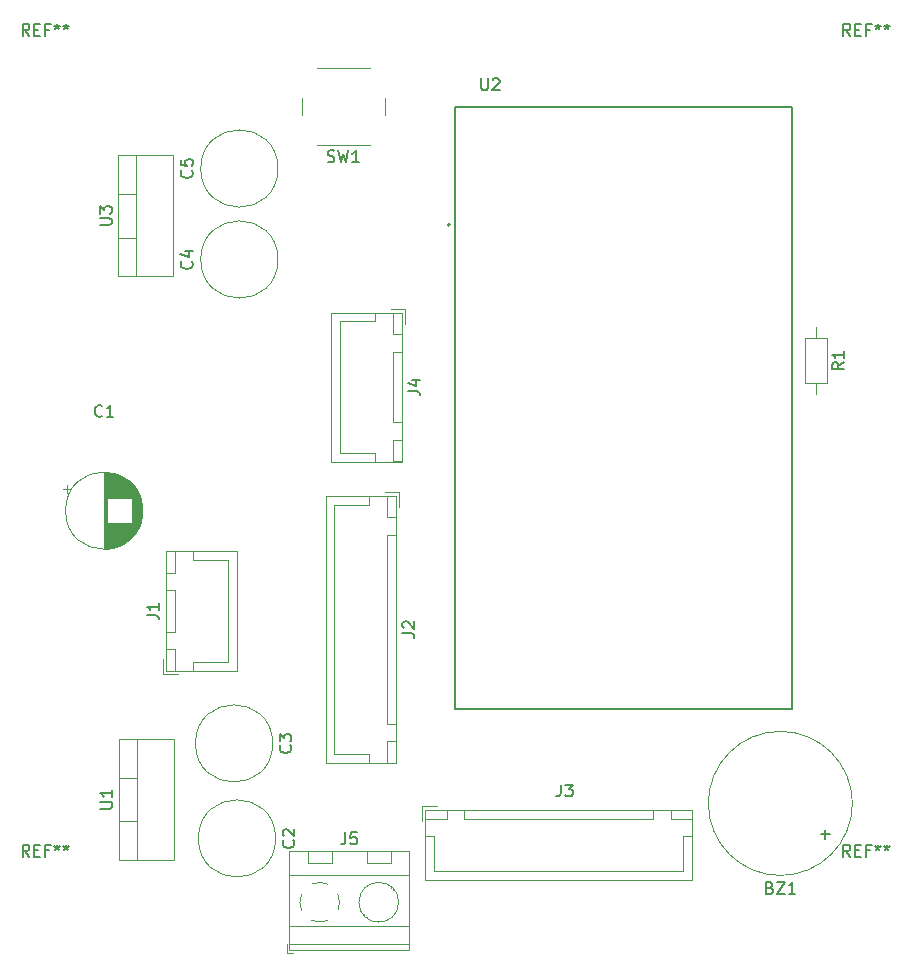
<source format=gbr>
%TF.GenerationSoftware,KiCad,Pcbnew,8.0.2*%
%TF.CreationDate,2024-08-26T14:36:41-03:00*%
%TF.ProjectId,fechadura_eletronica,66656368-6164-4757-9261-5f656c657472,rev?*%
%TF.SameCoordinates,Original*%
%TF.FileFunction,Legend,Top*%
%TF.FilePolarity,Positive*%
%FSLAX46Y46*%
G04 Gerber Fmt 4.6, Leading zero omitted, Abs format (unit mm)*
G04 Created by KiCad (PCBNEW 8.0.2) date 2024-08-26 14:36:41*
%MOMM*%
%LPD*%
G01*
G04 APERTURE LIST*
%ADD10C,0.150000*%
%ADD11C,0.120000*%
%ADD12C,0.127000*%
%ADD13C,0.200000*%
G04 APERTURE END LIST*
D10*
X131666666Y-128249819D02*
X131666666Y-128964104D01*
X131666666Y-128964104D02*
X131619047Y-129106961D01*
X131619047Y-129106961D02*
X131523809Y-129202200D01*
X131523809Y-129202200D02*
X131380952Y-129249819D01*
X131380952Y-129249819D02*
X131285714Y-129249819D01*
X132619047Y-128249819D02*
X132142857Y-128249819D01*
X132142857Y-128249819D02*
X132095238Y-128726009D01*
X132095238Y-128726009D02*
X132142857Y-128678390D01*
X132142857Y-128678390D02*
X132238095Y-128630771D01*
X132238095Y-128630771D02*
X132476190Y-128630771D01*
X132476190Y-128630771D02*
X132571428Y-128678390D01*
X132571428Y-128678390D02*
X132619047Y-128726009D01*
X132619047Y-128726009D02*
X132666666Y-128821247D01*
X132666666Y-128821247D02*
X132666666Y-129059342D01*
X132666666Y-129059342D02*
X132619047Y-129154580D01*
X132619047Y-129154580D02*
X132571428Y-129202200D01*
X132571428Y-129202200D02*
X132476190Y-129249819D01*
X132476190Y-129249819D02*
X132238095Y-129249819D01*
X132238095Y-129249819D02*
X132142857Y-129202200D01*
X132142857Y-129202200D02*
X132095238Y-129154580D01*
X174416666Y-130289819D02*
X174083333Y-129813628D01*
X173845238Y-130289819D02*
X173845238Y-129289819D01*
X173845238Y-129289819D02*
X174226190Y-129289819D01*
X174226190Y-129289819D02*
X174321428Y-129337438D01*
X174321428Y-129337438D02*
X174369047Y-129385057D01*
X174369047Y-129385057D02*
X174416666Y-129480295D01*
X174416666Y-129480295D02*
X174416666Y-129623152D01*
X174416666Y-129623152D02*
X174369047Y-129718390D01*
X174369047Y-129718390D02*
X174321428Y-129766009D01*
X174321428Y-129766009D02*
X174226190Y-129813628D01*
X174226190Y-129813628D02*
X173845238Y-129813628D01*
X174845238Y-129766009D02*
X175178571Y-129766009D01*
X175321428Y-130289819D02*
X174845238Y-130289819D01*
X174845238Y-130289819D02*
X174845238Y-129289819D01*
X174845238Y-129289819D02*
X175321428Y-129289819D01*
X176083333Y-129766009D02*
X175750000Y-129766009D01*
X175750000Y-130289819D02*
X175750000Y-129289819D01*
X175750000Y-129289819D02*
X176226190Y-129289819D01*
X176750000Y-129289819D02*
X176750000Y-129527914D01*
X176511905Y-129432676D02*
X176750000Y-129527914D01*
X176750000Y-129527914D02*
X176988095Y-129432676D01*
X176607143Y-129718390D02*
X176750000Y-129527914D01*
X176750000Y-129527914D02*
X176892857Y-129718390D01*
X177511905Y-129289819D02*
X177511905Y-129527914D01*
X177273810Y-129432676D02*
X177511905Y-129527914D01*
X177511905Y-129527914D02*
X177750000Y-129432676D01*
X177369048Y-129718390D02*
X177511905Y-129527914D01*
X177511905Y-129527914D02*
X177654762Y-129718390D01*
X104916666Y-60789819D02*
X104583333Y-60313628D01*
X104345238Y-60789819D02*
X104345238Y-59789819D01*
X104345238Y-59789819D02*
X104726190Y-59789819D01*
X104726190Y-59789819D02*
X104821428Y-59837438D01*
X104821428Y-59837438D02*
X104869047Y-59885057D01*
X104869047Y-59885057D02*
X104916666Y-59980295D01*
X104916666Y-59980295D02*
X104916666Y-60123152D01*
X104916666Y-60123152D02*
X104869047Y-60218390D01*
X104869047Y-60218390D02*
X104821428Y-60266009D01*
X104821428Y-60266009D02*
X104726190Y-60313628D01*
X104726190Y-60313628D02*
X104345238Y-60313628D01*
X105345238Y-60266009D02*
X105678571Y-60266009D01*
X105821428Y-60789819D02*
X105345238Y-60789819D01*
X105345238Y-60789819D02*
X105345238Y-59789819D01*
X105345238Y-59789819D02*
X105821428Y-59789819D01*
X106583333Y-60266009D02*
X106250000Y-60266009D01*
X106250000Y-60789819D02*
X106250000Y-59789819D01*
X106250000Y-59789819D02*
X106726190Y-59789819D01*
X107250000Y-59789819D02*
X107250000Y-60027914D01*
X107011905Y-59932676D02*
X107250000Y-60027914D01*
X107250000Y-60027914D02*
X107488095Y-59932676D01*
X107107143Y-60218390D02*
X107250000Y-60027914D01*
X107250000Y-60027914D02*
X107392857Y-60218390D01*
X108011905Y-59789819D02*
X108011905Y-60027914D01*
X107773810Y-59932676D02*
X108011905Y-60027914D01*
X108011905Y-60027914D02*
X108250000Y-59932676D01*
X107869048Y-60218390D02*
X108011905Y-60027914D01*
X108011905Y-60027914D02*
X108154762Y-60218390D01*
X104916666Y-130289819D02*
X104583333Y-129813628D01*
X104345238Y-130289819D02*
X104345238Y-129289819D01*
X104345238Y-129289819D02*
X104726190Y-129289819D01*
X104726190Y-129289819D02*
X104821428Y-129337438D01*
X104821428Y-129337438D02*
X104869047Y-129385057D01*
X104869047Y-129385057D02*
X104916666Y-129480295D01*
X104916666Y-129480295D02*
X104916666Y-129623152D01*
X104916666Y-129623152D02*
X104869047Y-129718390D01*
X104869047Y-129718390D02*
X104821428Y-129766009D01*
X104821428Y-129766009D02*
X104726190Y-129813628D01*
X104726190Y-129813628D02*
X104345238Y-129813628D01*
X105345238Y-129766009D02*
X105678571Y-129766009D01*
X105821428Y-130289819D02*
X105345238Y-130289819D01*
X105345238Y-130289819D02*
X105345238Y-129289819D01*
X105345238Y-129289819D02*
X105821428Y-129289819D01*
X106583333Y-129766009D02*
X106250000Y-129766009D01*
X106250000Y-130289819D02*
X106250000Y-129289819D01*
X106250000Y-129289819D02*
X106726190Y-129289819D01*
X107250000Y-129289819D02*
X107250000Y-129527914D01*
X107011905Y-129432676D02*
X107250000Y-129527914D01*
X107250000Y-129527914D02*
X107488095Y-129432676D01*
X107107143Y-129718390D02*
X107250000Y-129527914D01*
X107250000Y-129527914D02*
X107392857Y-129718390D01*
X108011905Y-129289819D02*
X108011905Y-129527914D01*
X107773810Y-129432676D02*
X108011905Y-129527914D01*
X108011905Y-129527914D02*
X108250000Y-129432676D01*
X107869048Y-129718390D02*
X108011905Y-129527914D01*
X108011905Y-129527914D02*
X108154762Y-129718390D01*
X174416666Y-60789819D02*
X174083333Y-60313628D01*
X173845238Y-60789819D02*
X173845238Y-59789819D01*
X173845238Y-59789819D02*
X174226190Y-59789819D01*
X174226190Y-59789819D02*
X174321428Y-59837438D01*
X174321428Y-59837438D02*
X174369047Y-59885057D01*
X174369047Y-59885057D02*
X174416666Y-59980295D01*
X174416666Y-59980295D02*
X174416666Y-60123152D01*
X174416666Y-60123152D02*
X174369047Y-60218390D01*
X174369047Y-60218390D02*
X174321428Y-60266009D01*
X174321428Y-60266009D02*
X174226190Y-60313628D01*
X174226190Y-60313628D02*
X173845238Y-60313628D01*
X174845238Y-60266009D02*
X175178571Y-60266009D01*
X175321428Y-60789819D02*
X174845238Y-60789819D01*
X174845238Y-60789819D02*
X174845238Y-59789819D01*
X174845238Y-59789819D02*
X175321428Y-59789819D01*
X176083333Y-60266009D02*
X175750000Y-60266009D01*
X175750000Y-60789819D02*
X175750000Y-59789819D01*
X175750000Y-59789819D02*
X176226190Y-59789819D01*
X176750000Y-59789819D02*
X176750000Y-60027914D01*
X176511905Y-59932676D02*
X176750000Y-60027914D01*
X176750000Y-60027914D02*
X176988095Y-59932676D01*
X176607143Y-60218390D02*
X176750000Y-60027914D01*
X176750000Y-60027914D02*
X176892857Y-60218390D01*
X177511905Y-59789819D02*
X177511905Y-60027914D01*
X177273810Y-59932676D02*
X177511905Y-60027914D01*
X177511905Y-60027914D02*
X177750000Y-59932676D01*
X177369048Y-60218390D02*
X177511905Y-60027914D01*
X177511905Y-60027914D02*
X177654762Y-60218390D01*
X118654580Y-72201666D02*
X118702200Y-72249285D01*
X118702200Y-72249285D02*
X118749819Y-72392142D01*
X118749819Y-72392142D02*
X118749819Y-72487380D01*
X118749819Y-72487380D02*
X118702200Y-72630237D01*
X118702200Y-72630237D02*
X118606961Y-72725475D01*
X118606961Y-72725475D02*
X118511723Y-72773094D01*
X118511723Y-72773094D02*
X118321247Y-72820713D01*
X118321247Y-72820713D02*
X118178390Y-72820713D01*
X118178390Y-72820713D02*
X117987914Y-72773094D01*
X117987914Y-72773094D02*
X117892676Y-72725475D01*
X117892676Y-72725475D02*
X117797438Y-72630237D01*
X117797438Y-72630237D02*
X117749819Y-72487380D01*
X117749819Y-72487380D02*
X117749819Y-72392142D01*
X117749819Y-72392142D02*
X117797438Y-72249285D01*
X117797438Y-72249285D02*
X117845057Y-72201666D01*
X117749819Y-71296904D02*
X117749819Y-71773094D01*
X117749819Y-71773094D02*
X118226009Y-71820713D01*
X118226009Y-71820713D02*
X118178390Y-71773094D01*
X118178390Y-71773094D02*
X118130771Y-71677856D01*
X118130771Y-71677856D02*
X118130771Y-71439761D01*
X118130771Y-71439761D02*
X118178390Y-71344523D01*
X118178390Y-71344523D02*
X118226009Y-71296904D01*
X118226009Y-71296904D02*
X118321247Y-71249285D01*
X118321247Y-71249285D02*
X118559342Y-71249285D01*
X118559342Y-71249285D02*
X118654580Y-71296904D01*
X118654580Y-71296904D02*
X118702200Y-71344523D01*
X118702200Y-71344523D02*
X118749819Y-71439761D01*
X118749819Y-71439761D02*
X118749819Y-71677856D01*
X118749819Y-71677856D02*
X118702200Y-71773094D01*
X118702200Y-71773094D02*
X118654580Y-71820713D01*
X118654580Y-79901666D02*
X118702200Y-79949285D01*
X118702200Y-79949285D02*
X118749819Y-80092142D01*
X118749819Y-80092142D02*
X118749819Y-80187380D01*
X118749819Y-80187380D02*
X118702200Y-80330237D01*
X118702200Y-80330237D02*
X118606961Y-80425475D01*
X118606961Y-80425475D02*
X118511723Y-80473094D01*
X118511723Y-80473094D02*
X118321247Y-80520713D01*
X118321247Y-80520713D02*
X118178390Y-80520713D01*
X118178390Y-80520713D02*
X117987914Y-80473094D01*
X117987914Y-80473094D02*
X117892676Y-80425475D01*
X117892676Y-80425475D02*
X117797438Y-80330237D01*
X117797438Y-80330237D02*
X117749819Y-80187380D01*
X117749819Y-80187380D02*
X117749819Y-80092142D01*
X117749819Y-80092142D02*
X117797438Y-79949285D01*
X117797438Y-79949285D02*
X117845057Y-79901666D01*
X118083152Y-79044523D02*
X118749819Y-79044523D01*
X117702200Y-79282618D02*
X118416485Y-79520713D01*
X118416485Y-79520713D02*
X118416485Y-78901666D01*
X130166667Y-71442200D02*
X130309524Y-71489819D01*
X130309524Y-71489819D02*
X130547619Y-71489819D01*
X130547619Y-71489819D02*
X130642857Y-71442200D01*
X130642857Y-71442200D02*
X130690476Y-71394580D01*
X130690476Y-71394580D02*
X130738095Y-71299342D01*
X130738095Y-71299342D02*
X130738095Y-71204104D01*
X130738095Y-71204104D02*
X130690476Y-71108866D01*
X130690476Y-71108866D02*
X130642857Y-71061247D01*
X130642857Y-71061247D02*
X130547619Y-71013628D01*
X130547619Y-71013628D02*
X130357143Y-70966009D01*
X130357143Y-70966009D02*
X130261905Y-70918390D01*
X130261905Y-70918390D02*
X130214286Y-70870771D01*
X130214286Y-70870771D02*
X130166667Y-70775533D01*
X130166667Y-70775533D02*
X130166667Y-70680295D01*
X130166667Y-70680295D02*
X130214286Y-70585057D01*
X130214286Y-70585057D02*
X130261905Y-70537438D01*
X130261905Y-70537438D02*
X130357143Y-70489819D01*
X130357143Y-70489819D02*
X130595238Y-70489819D01*
X130595238Y-70489819D02*
X130738095Y-70537438D01*
X131071429Y-70489819D02*
X131309524Y-71489819D01*
X131309524Y-71489819D02*
X131500000Y-70775533D01*
X131500000Y-70775533D02*
X131690476Y-71489819D01*
X131690476Y-71489819D02*
X131928572Y-70489819D01*
X132833333Y-71489819D02*
X132261905Y-71489819D01*
X132547619Y-71489819D02*
X132547619Y-70489819D01*
X132547619Y-70489819D02*
X132452381Y-70632676D01*
X132452381Y-70632676D02*
X132357143Y-70727914D01*
X132357143Y-70727914D02*
X132261905Y-70775533D01*
X136504819Y-111368333D02*
X137219104Y-111368333D01*
X137219104Y-111368333D02*
X137361961Y-111415952D01*
X137361961Y-111415952D02*
X137457200Y-111511190D01*
X137457200Y-111511190D02*
X137504819Y-111654047D01*
X137504819Y-111654047D02*
X137504819Y-111749285D01*
X136600057Y-110939761D02*
X136552438Y-110892142D01*
X136552438Y-110892142D02*
X136504819Y-110796904D01*
X136504819Y-110796904D02*
X136504819Y-110558809D01*
X136504819Y-110558809D02*
X136552438Y-110463571D01*
X136552438Y-110463571D02*
X136600057Y-110415952D01*
X136600057Y-110415952D02*
X136695295Y-110368333D01*
X136695295Y-110368333D02*
X136790533Y-110368333D01*
X136790533Y-110368333D02*
X136933390Y-110415952D01*
X136933390Y-110415952D02*
X137504819Y-110987380D01*
X137504819Y-110987380D02*
X137504819Y-110368333D01*
X149916666Y-124189819D02*
X149916666Y-124904104D01*
X149916666Y-124904104D02*
X149869047Y-125046961D01*
X149869047Y-125046961D02*
X149773809Y-125142200D01*
X149773809Y-125142200D02*
X149630952Y-125189819D01*
X149630952Y-125189819D02*
X149535714Y-125189819D01*
X150297619Y-124189819D02*
X150916666Y-124189819D01*
X150916666Y-124189819D02*
X150583333Y-124570771D01*
X150583333Y-124570771D02*
X150726190Y-124570771D01*
X150726190Y-124570771D02*
X150821428Y-124618390D01*
X150821428Y-124618390D02*
X150869047Y-124666009D01*
X150869047Y-124666009D02*
X150916666Y-124761247D01*
X150916666Y-124761247D02*
X150916666Y-124999342D01*
X150916666Y-124999342D02*
X150869047Y-125094580D01*
X150869047Y-125094580D02*
X150821428Y-125142200D01*
X150821428Y-125142200D02*
X150726190Y-125189819D01*
X150726190Y-125189819D02*
X150440476Y-125189819D01*
X150440476Y-125189819D02*
X150345238Y-125142200D01*
X150345238Y-125142200D02*
X150297619Y-125094580D01*
X114879819Y-109833333D02*
X115594104Y-109833333D01*
X115594104Y-109833333D02*
X115736961Y-109880952D01*
X115736961Y-109880952D02*
X115832200Y-109976190D01*
X115832200Y-109976190D02*
X115879819Y-110119047D01*
X115879819Y-110119047D02*
X115879819Y-110214285D01*
X115879819Y-108833333D02*
X115879819Y-109404761D01*
X115879819Y-109119047D02*
X114879819Y-109119047D01*
X114879819Y-109119047D02*
X115022676Y-109214285D01*
X115022676Y-109214285D02*
X115117914Y-109309523D01*
X115117914Y-109309523D02*
X115165533Y-109404761D01*
X173874819Y-88451666D02*
X173398628Y-88784999D01*
X173874819Y-89023094D02*
X172874819Y-89023094D01*
X172874819Y-89023094D02*
X172874819Y-88642142D01*
X172874819Y-88642142D02*
X172922438Y-88546904D01*
X172922438Y-88546904D02*
X172970057Y-88499285D01*
X172970057Y-88499285D02*
X173065295Y-88451666D01*
X173065295Y-88451666D02*
X173208152Y-88451666D01*
X173208152Y-88451666D02*
X173303390Y-88499285D01*
X173303390Y-88499285D02*
X173351009Y-88546904D01*
X173351009Y-88546904D02*
X173398628Y-88642142D01*
X173398628Y-88642142D02*
X173398628Y-89023094D01*
X173874819Y-87499285D02*
X173874819Y-88070713D01*
X173874819Y-87784999D02*
X172874819Y-87784999D01*
X172874819Y-87784999D02*
X173017676Y-87880237D01*
X173017676Y-87880237D02*
X173112914Y-87975475D01*
X173112914Y-87975475D02*
X173160533Y-88070713D01*
X110934819Y-126221904D02*
X111744342Y-126221904D01*
X111744342Y-126221904D02*
X111839580Y-126174285D01*
X111839580Y-126174285D02*
X111887200Y-126126666D01*
X111887200Y-126126666D02*
X111934819Y-126031428D01*
X111934819Y-126031428D02*
X111934819Y-125840952D01*
X111934819Y-125840952D02*
X111887200Y-125745714D01*
X111887200Y-125745714D02*
X111839580Y-125698095D01*
X111839580Y-125698095D02*
X111744342Y-125650476D01*
X111744342Y-125650476D02*
X110934819Y-125650476D01*
X111934819Y-124650476D02*
X111934819Y-125221904D01*
X111934819Y-124936190D02*
X110934819Y-124936190D01*
X110934819Y-124936190D02*
X111077676Y-125031428D01*
X111077676Y-125031428D02*
X111172914Y-125126666D01*
X111172914Y-125126666D02*
X111220533Y-125221904D01*
X127009580Y-120876666D02*
X127057200Y-120924285D01*
X127057200Y-120924285D02*
X127104819Y-121067142D01*
X127104819Y-121067142D02*
X127104819Y-121162380D01*
X127104819Y-121162380D02*
X127057200Y-121305237D01*
X127057200Y-121305237D02*
X126961961Y-121400475D01*
X126961961Y-121400475D02*
X126866723Y-121448094D01*
X126866723Y-121448094D02*
X126676247Y-121495713D01*
X126676247Y-121495713D02*
X126533390Y-121495713D01*
X126533390Y-121495713D02*
X126342914Y-121448094D01*
X126342914Y-121448094D02*
X126247676Y-121400475D01*
X126247676Y-121400475D02*
X126152438Y-121305237D01*
X126152438Y-121305237D02*
X126104819Y-121162380D01*
X126104819Y-121162380D02*
X126104819Y-121067142D01*
X126104819Y-121067142D02*
X126152438Y-120924285D01*
X126152438Y-120924285D02*
X126200057Y-120876666D01*
X126104819Y-120543332D02*
X126104819Y-119924285D01*
X126104819Y-119924285D02*
X126485771Y-120257618D01*
X126485771Y-120257618D02*
X126485771Y-120114761D01*
X126485771Y-120114761D02*
X126533390Y-120019523D01*
X126533390Y-120019523D02*
X126581009Y-119971904D01*
X126581009Y-119971904D02*
X126676247Y-119924285D01*
X126676247Y-119924285D02*
X126914342Y-119924285D01*
X126914342Y-119924285D02*
X127009580Y-119971904D01*
X127009580Y-119971904D02*
X127057200Y-120019523D01*
X127057200Y-120019523D02*
X127104819Y-120114761D01*
X127104819Y-120114761D02*
X127104819Y-120400475D01*
X127104819Y-120400475D02*
X127057200Y-120495713D01*
X127057200Y-120495713D02*
X127009580Y-120543332D01*
X110879819Y-76796904D02*
X111689342Y-76796904D01*
X111689342Y-76796904D02*
X111784580Y-76749285D01*
X111784580Y-76749285D02*
X111832200Y-76701666D01*
X111832200Y-76701666D02*
X111879819Y-76606428D01*
X111879819Y-76606428D02*
X111879819Y-76415952D01*
X111879819Y-76415952D02*
X111832200Y-76320714D01*
X111832200Y-76320714D02*
X111784580Y-76273095D01*
X111784580Y-76273095D02*
X111689342Y-76225476D01*
X111689342Y-76225476D02*
X110879819Y-76225476D01*
X110879819Y-75844523D02*
X110879819Y-75225476D01*
X110879819Y-75225476D02*
X111260771Y-75558809D01*
X111260771Y-75558809D02*
X111260771Y-75415952D01*
X111260771Y-75415952D02*
X111308390Y-75320714D01*
X111308390Y-75320714D02*
X111356009Y-75273095D01*
X111356009Y-75273095D02*
X111451247Y-75225476D01*
X111451247Y-75225476D02*
X111689342Y-75225476D01*
X111689342Y-75225476D02*
X111784580Y-75273095D01*
X111784580Y-75273095D02*
X111832200Y-75320714D01*
X111832200Y-75320714D02*
X111879819Y-75415952D01*
X111879819Y-75415952D02*
X111879819Y-75701666D01*
X111879819Y-75701666D02*
X111832200Y-75796904D01*
X111832200Y-75796904D02*
X111784580Y-75844523D01*
X137004819Y-90868333D02*
X137719104Y-90868333D01*
X137719104Y-90868333D02*
X137861961Y-90915952D01*
X137861961Y-90915952D02*
X137957200Y-91011190D01*
X137957200Y-91011190D02*
X138004819Y-91154047D01*
X138004819Y-91154047D02*
X138004819Y-91249285D01*
X137338152Y-89963571D02*
X138004819Y-89963571D01*
X136957200Y-90201666D02*
X137671485Y-90439761D01*
X137671485Y-90439761D02*
X137671485Y-89820714D01*
X143153095Y-64404819D02*
X143153095Y-65214342D01*
X143153095Y-65214342D02*
X143200714Y-65309580D01*
X143200714Y-65309580D02*
X143248333Y-65357200D01*
X143248333Y-65357200D02*
X143343571Y-65404819D01*
X143343571Y-65404819D02*
X143534047Y-65404819D01*
X143534047Y-65404819D02*
X143629285Y-65357200D01*
X143629285Y-65357200D02*
X143676904Y-65309580D01*
X143676904Y-65309580D02*
X143724523Y-65214342D01*
X143724523Y-65214342D02*
X143724523Y-64404819D01*
X144153095Y-64500057D02*
X144200714Y-64452438D01*
X144200714Y-64452438D02*
X144295952Y-64404819D01*
X144295952Y-64404819D02*
X144534047Y-64404819D01*
X144534047Y-64404819D02*
X144629285Y-64452438D01*
X144629285Y-64452438D02*
X144676904Y-64500057D01*
X144676904Y-64500057D02*
X144724523Y-64595295D01*
X144724523Y-64595295D02*
X144724523Y-64690533D01*
X144724523Y-64690533D02*
X144676904Y-64833390D01*
X144676904Y-64833390D02*
X144105476Y-65404819D01*
X144105476Y-65404819D02*
X144724523Y-65404819D01*
X111083333Y-92959580D02*
X111035714Y-93007200D01*
X111035714Y-93007200D02*
X110892857Y-93054819D01*
X110892857Y-93054819D02*
X110797619Y-93054819D01*
X110797619Y-93054819D02*
X110654762Y-93007200D01*
X110654762Y-93007200D02*
X110559524Y-92911961D01*
X110559524Y-92911961D02*
X110511905Y-92816723D01*
X110511905Y-92816723D02*
X110464286Y-92626247D01*
X110464286Y-92626247D02*
X110464286Y-92483390D01*
X110464286Y-92483390D02*
X110511905Y-92292914D01*
X110511905Y-92292914D02*
X110559524Y-92197676D01*
X110559524Y-92197676D02*
X110654762Y-92102438D01*
X110654762Y-92102438D02*
X110797619Y-92054819D01*
X110797619Y-92054819D02*
X110892857Y-92054819D01*
X110892857Y-92054819D02*
X111035714Y-92102438D01*
X111035714Y-92102438D02*
X111083333Y-92150057D01*
X112035714Y-93054819D02*
X111464286Y-93054819D01*
X111750000Y-93054819D02*
X111750000Y-92054819D01*
X111750000Y-92054819D02*
X111654762Y-92197676D01*
X111654762Y-92197676D02*
X111559524Y-92292914D01*
X111559524Y-92292914D02*
X111464286Y-92340533D01*
X127259580Y-128916666D02*
X127307200Y-128964285D01*
X127307200Y-128964285D02*
X127354819Y-129107142D01*
X127354819Y-129107142D02*
X127354819Y-129202380D01*
X127354819Y-129202380D02*
X127307200Y-129345237D01*
X127307200Y-129345237D02*
X127211961Y-129440475D01*
X127211961Y-129440475D02*
X127116723Y-129488094D01*
X127116723Y-129488094D02*
X126926247Y-129535713D01*
X126926247Y-129535713D02*
X126783390Y-129535713D01*
X126783390Y-129535713D02*
X126592914Y-129488094D01*
X126592914Y-129488094D02*
X126497676Y-129440475D01*
X126497676Y-129440475D02*
X126402438Y-129345237D01*
X126402438Y-129345237D02*
X126354819Y-129202380D01*
X126354819Y-129202380D02*
X126354819Y-129107142D01*
X126354819Y-129107142D02*
X126402438Y-128964285D01*
X126402438Y-128964285D02*
X126450057Y-128916666D01*
X126450057Y-128535713D02*
X126402438Y-128488094D01*
X126402438Y-128488094D02*
X126354819Y-128392856D01*
X126354819Y-128392856D02*
X126354819Y-128154761D01*
X126354819Y-128154761D02*
X126402438Y-128059523D01*
X126402438Y-128059523D02*
X126450057Y-128011904D01*
X126450057Y-128011904D02*
X126545295Y-127964285D01*
X126545295Y-127964285D02*
X126640533Y-127964285D01*
X126640533Y-127964285D02*
X126783390Y-128011904D01*
X126783390Y-128011904D02*
X127354819Y-128583332D01*
X127354819Y-128583332D02*
X127354819Y-127964285D01*
X167619047Y-132916009D02*
X167761904Y-132963628D01*
X167761904Y-132963628D02*
X167809523Y-133011247D01*
X167809523Y-133011247D02*
X167857142Y-133106485D01*
X167857142Y-133106485D02*
X167857142Y-133249342D01*
X167857142Y-133249342D02*
X167809523Y-133344580D01*
X167809523Y-133344580D02*
X167761904Y-133392200D01*
X167761904Y-133392200D02*
X167666666Y-133439819D01*
X167666666Y-133439819D02*
X167285714Y-133439819D01*
X167285714Y-133439819D02*
X167285714Y-132439819D01*
X167285714Y-132439819D02*
X167619047Y-132439819D01*
X167619047Y-132439819D02*
X167714285Y-132487438D01*
X167714285Y-132487438D02*
X167761904Y-132535057D01*
X167761904Y-132535057D02*
X167809523Y-132630295D01*
X167809523Y-132630295D02*
X167809523Y-132725533D01*
X167809523Y-132725533D02*
X167761904Y-132820771D01*
X167761904Y-132820771D02*
X167714285Y-132868390D01*
X167714285Y-132868390D02*
X167619047Y-132916009D01*
X167619047Y-132916009D02*
X167285714Y-132916009D01*
X168190476Y-132439819D02*
X168857142Y-132439819D01*
X168857142Y-132439819D02*
X168190476Y-133439819D01*
X168190476Y-133439819D02*
X168857142Y-133439819D01*
X169761904Y-133439819D02*
X169190476Y-133439819D01*
X169476190Y-133439819D02*
X169476190Y-132439819D01*
X169476190Y-132439819D02*
X169380952Y-132582676D01*
X169380952Y-132582676D02*
X169285714Y-132677914D01*
X169285714Y-132677914D02*
X169190476Y-132725533D01*
X171929048Y-128398866D02*
X172690953Y-128398866D01*
X172310000Y-128779819D02*
X172310000Y-128017914D01*
D11*
%TO.C,J5*%
X136180000Y-134155000D02*
G75*
G02*
X132820000Y-134155000I-1680000J0D01*
G01*
X132820000Y-134155000D02*
G75*
G02*
X136180000Y-134155000I1680000J0D01*
G01*
X131035427Y-133471958D02*
G75*
G02*
X131035000Y-134839000I-1535427J-683042D01*
G01*
X130183318Y-135689756D02*
G75*
G02*
X129500000Y-135835000I-683318J1534756D01*
G01*
X129528805Y-135835253D02*
G75*
G02*
X128816000Y-135690000I-28806J1680254D01*
G01*
X128816958Y-132619573D02*
G75*
G02*
X130184000Y-132620000I683041J-1535420D01*
G01*
X127964573Y-134838042D02*
G75*
G02*
X127965000Y-133471000I1535420J683041D01*
G01*
X137060000Y-129795000D02*
X137060000Y-138215000D01*
X135775000Y-133086000D02*
X135728000Y-133132000D01*
X135570000Y-132880000D02*
X135535000Y-132916000D01*
X135500000Y-129855000D02*
X135500000Y-130855000D01*
X133500000Y-130855000D02*
X135500000Y-130855000D01*
X133500000Y-129855000D02*
X135500000Y-129855000D01*
X133500000Y-129855000D02*
X133500000Y-130855000D01*
X133466000Y-135394000D02*
X133431000Y-135429000D01*
X133273000Y-135178000D02*
X133226000Y-135224000D01*
X130500000Y-129855000D02*
X130500000Y-130855000D01*
X128500000Y-130855000D02*
X130500000Y-130855000D01*
X128500000Y-129855000D02*
X130500000Y-129855000D01*
X128500000Y-129855000D02*
X128500000Y-130855000D01*
X126940000Y-138215000D02*
X137060000Y-138215000D01*
X126940000Y-137655000D02*
X137060000Y-137655000D01*
X126940000Y-136155000D02*
X137060000Y-136155000D01*
X126940000Y-131854000D02*
X137060000Y-131854000D01*
X126940000Y-129795000D02*
X137060000Y-129795000D01*
X126940000Y-129795000D02*
X126940000Y-138215000D01*
X126700000Y-138455000D02*
X127200000Y-138455000D01*
X126700000Y-137715000D02*
X126700000Y-138455000D01*
%TO.C,C5*%
X125965000Y-72035000D02*
G75*
G02*
X119425000Y-72035000I-3270000J0D01*
G01*
X119425000Y-72035000D02*
G75*
G02*
X125965000Y-72035000I3270000J0D01*
G01*
%TO.C,C4*%
X125965000Y-79735000D02*
G75*
G02*
X119425000Y-79735000I-3270000J0D01*
G01*
X119425000Y-79735000D02*
G75*
G02*
X125965000Y-79735000I3270000J0D01*
G01*
%TO.C,SW1*%
X128000000Y-66035000D02*
X128000000Y-67535000D01*
X129250000Y-70035000D02*
X133750000Y-70035000D01*
X133750000Y-63535000D02*
X129250000Y-63535000D01*
X135000000Y-67535000D02*
X135000000Y-66035000D01*
%TO.C,J2*%
X129990000Y-99725000D02*
X129990000Y-122345000D01*
X129990000Y-122345000D02*
X135960000Y-122345000D01*
X130750000Y-100485000D02*
X130750000Y-111035000D01*
X130750000Y-121585000D02*
X130750000Y-111035000D01*
X133700000Y-99735000D02*
X133700000Y-100485000D01*
X133700000Y-100485000D02*
X130750000Y-100485000D01*
X133700000Y-121585000D02*
X130750000Y-121585000D01*
X133700000Y-122335000D02*
X133700000Y-121585000D01*
X135200000Y-99735000D02*
X135200000Y-101535000D01*
X135200000Y-101535000D02*
X135950000Y-101535000D01*
X135200000Y-103035000D02*
X135200000Y-119035000D01*
X135200000Y-119035000D02*
X135950000Y-119035000D01*
X135200000Y-120535000D02*
X135200000Y-122335000D01*
X135200000Y-122335000D02*
X135950000Y-122335000D01*
X135950000Y-99735000D02*
X135200000Y-99735000D01*
X135950000Y-101535000D02*
X135950000Y-99735000D01*
X135950000Y-103035000D02*
X135200000Y-103035000D01*
X135950000Y-119035000D02*
X135950000Y-103035000D01*
X135950000Y-120535000D02*
X135200000Y-120535000D01*
X135950000Y-122335000D02*
X135950000Y-120535000D01*
X135960000Y-99725000D02*
X129990000Y-99725000D01*
X135960000Y-122345000D02*
X135960000Y-99725000D01*
X136250000Y-99435000D02*
X135000000Y-99435000D01*
X136250000Y-100685000D02*
X136250000Y-99435000D01*
%TO.C,J3*%
X138150000Y-126035000D02*
X138150000Y-127285000D01*
X138440000Y-126325000D02*
X138440000Y-132295000D01*
X138440000Y-132295000D02*
X161060000Y-132295000D01*
X138450000Y-126335000D02*
X138450000Y-127085000D01*
X138450000Y-127085000D02*
X140250000Y-127085000D01*
X138450000Y-128585000D02*
X139200000Y-128585000D01*
X139200000Y-128585000D02*
X139200000Y-131535000D01*
X139200000Y-131535000D02*
X149750000Y-131535000D01*
X139400000Y-126035000D02*
X138150000Y-126035000D01*
X140250000Y-126335000D02*
X138450000Y-126335000D01*
X140250000Y-127085000D02*
X140250000Y-126335000D01*
X141750000Y-126335000D02*
X141750000Y-127085000D01*
X141750000Y-127085000D02*
X157750000Y-127085000D01*
X157750000Y-126335000D02*
X141750000Y-126335000D01*
X157750000Y-127085000D02*
X157750000Y-126335000D01*
X159250000Y-126335000D02*
X159250000Y-127085000D01*
X159250000Y-127085000D02*
X161050000Y-127085000D01*
X160300000Y-128585000D02*
X160300000Y-131535000D01*
X160300000Y-131535000D02*
X149750000Y-131535000D01*
X161050000Y-126335000D02*
X159250000Y-126335000D01*
X161050000Y-127085000D02*
X161050000Y-126335000D01*
X161050000Y-128585000D02*
X160300000Y-128585000D01*
X161060000Y-126325000D02*
X138440000Y-126325000D01*
X161060000Y-132295000D02*
X161060000Y-126325000D01*
%TO.C,J1*%
X116225000Y-113600000D02*
X116225000Y-114850000D01*
X116225000Y-114850000D02*
X117475000Y-114850000D01*
X116515000Y-104440000D02*
X116515000Y-114560000D01*
X116515000Y-114560000D02*
X122485000Y-114560000D01*
X116525000Y-104450000D02*
X116525000Y-106250000D01*
X116525000Y-106250000D02*
X117275000Y-106250000D01*
X116525000Y-107750000D02*
X116525000Y-111250000D01*
X116525000Y-111250000D02*
X117275000Y-111250000D01*
X116525000Y-112750000D02*
X116525000Y-114550000D01*
X116525000Y-114550000D02*
X117275000Y-114550000D01*
X117275000Y-104450000D02*
X116525000Y-104450000D01*
X117275000Y-106250000D02*
X117275000Y-104450000D01*
X117275000Y-107750000D02*
X116525000Y-107750000D01*
X117275000Y-111250000D02*
X117275000Y-107750000D01*
X117275000Y-112750000D02*
X116525000Y-112750000D01*
X117275000Y-114550000D02*
X117275000Y-112750000D01*
X118775000Y-104450000D02*
X118775000Y-105200000D01*
X118775000Y-105200000D02*
X121725000Y-105200000D01*
X118775000Y-113800000D02*
X121725000Y-113800000D01*
X118775000Y-114550000D02*
X118775000Y-113800000D01*
X121725000Y-105200000D02*
X121725000Y-109500000D01*
X121725000Y-113800000D02*
X121725000Y-109500000D01*
X122485000Y-104440000D02*
X116515000Y-104440000D01*
X122485000Y-114560000D02*
X122485000Y-104440000D01*
%TO.C,R1*%
X170580000Y-86365000D02*
X170580000Y-90205000D01*
X170580000Y-90205000D02*
X172420000Y-90205000D01*
X171500000Y-85415000D02*
X171500000Y-86365000D01*
X171500000Y-91155000D02*
X171500000Y-90205000D01*
X172420000Y-86365000D02*
X170580000Y-86365000D01*
X172420000Y-90205000D02*
X172420000Y-86365000D01*
%TO.C,U1*%
X112480000Y-120340000D02*
X117121000Y-120340000D01*
X112480000Y-123609000D02*
X113990000Y-123609000D01*
X112480000Y-127310000D02*
X113990000Y-127310000D01*
X112480000Y-130580000D02*
X112480000Y-120340000D01*
X112480000Y-130580000D02*
X117121000Y-130580000D01*
X113990000Y-130580000D02*
X113990000Y-120340000D01*
X117121000Y-130580000D02*
X117121000Y-120340000D01*
%TO.C,C3*%
X125520000Y-120710000D02*
G75*
G02*
X118980000Y-120710000I-3270000J0D01*
G01*
X118980000Y-120710000D02*
G75*
G02*
X125520000Y-120710000I3270000J0D01*
G01*
%TO.C,U3*%
X112425000Y-70915000D02*
X117066000Y-70915000D01*
X112425000Y-74184000D02*
X113935000Y-74184000D01*
X112425000Y-77885000D02*
X113935000Y-77885000D01*
X112425000Y-81155000D02*
X112425000Y-70915000D01*
X112425000Y-81155000D02*
X117066000Y-81155000D01*
X113935000Y-81155000D02*
X113935000Y-70915000D01*
X117066000Y-81155000D02*
X117066000Y-70915000D01*
%TO.C,J4*%
X130490000Y-84225000D02*
X130490000Y-96845000D01*
X130490000Y-96845000D02*
X136460000Y-96845000D01*
X131250000Y-84985000D02*
X131250000Y-90535000D01*
X131250000Y-96085000D02*
X131250000Y-90535000D01*
X134200000Y-84235000D02*
X134200000Y-84985000D01*
X134200000Y-84985000D02*
X131250000Y-84985000D01*
X134200000Y-96085000D02*
X131250000Y-96085000D01*
X134200000Y-96835000D02*
X134200000Y-96085000D01*
X135700000Y-84235000D02*
X135700000Y-86035000D01*
X135700000Y-86035000D02*
X136450000Y-86035000D01*
X135700000Y-87535000D02*
X135700000Y-93535000D01*
X135700000Y-93535000D02*
X136450000Y-93535000D01*
X135700000Y-95035000D02*
X135700000Y-96835000D01*
X135700000Y-96835000D02*
X136450000Y-96835000D01*
X136450000Y-84235000D02*
X135700000Y-84235000D01*
X136450000Y-86035000D02*
X136450000Y-84235000D01*
X136450000Y-87535000D02*
X135700000Y-87535000D01*
X136450000Y-93535000D02*
X136450000Y-87535000D01*
X136450000Y-95035000D02*
X135700000Y-95035000D01*
X136450000Y-96835000D02*
X136450000Y-95035000D01*
X136460000Y-84225000D02*
X130490000Y-84225000D01*
X136460000Y-96845000D02*
X136460000Y-84225000D01*
X136750000Y-83935000D02*
X135500000Y-83935000D01*
X136750000Y-85185000D02*
X136750000Y-83935000D01*
D12*
%TO.C,U2*%
X140990000Y-66835000D02*
X152059000Y-66835000D01*
X140990000Y-66835000D02*
X169500000Y-66835000D01*
X140990000Y-117785000D02*
X140990000Y-66835000D01*
X140990000Y-117785000D02*
X140990000Y-66835000D01*
X140990000Y-117785000D02*
X146360000Y-117785000D01*
X152059000Y-66835000D02*
X158770000Y-66835000D01*
X158770000Y-66835000D02*
X169500000Y-66835000D01*
X164050000Y-117785000D02*
X169500000Y-117785000D01*
X169500000Y-66835000D02*
X169500000Y-117785000D01*
X169500000Y-66835000D02*
X169500000Y-117785000D01*
X169500000Y-117785000D02*
X140990000Y-117785000D01*
D13*
X140520000Y-76795000D02*
G75*
G02*
X140320000Y-76795000I-100000J0D01*
G01*
X140320000Y-76795000D02*
G75*
G02*
X140520000Y-76795000I100000J0D01*
G01*
D11*
%TO.C,C1*%
X114520000Y-101000000D02*
G75*
G02*
X107980000Y-101000000I-3270000J0D01*
G01*
X107980000Y-101000000D02*
G75*
G02*
X114520000Y-101000000I3270000J0D01*
G01*
X114491000Y-100598000D02*
X114491000Y-101402000D01*
X114451000Y-100367000D02*
X114451000Y-101633000D01*
X114411000Y-100198000D02*
X114411000Y-101802000D01*
X114371000Y-100060000D02*
X114371000Y-101940000D01*
X114331000Y-99941000D02*
X114331000Y-102059000D01*
X114291000Y-99835000D02*
X114291000Y-102165000D01*
X114251000Y-99738000D02*
X114251000Y-102262000D01*
X114211000Y-99650000D02*
X114211000Y-102350000D01*
X114171000Y-99568000D02*
X114171000Y-102432000D01*
X114131000Y-99491000D02*
X114131000Y-102509000D01*
X114091000Y-99419000D02*
X114091000Y-102581000D01*
X114051000Y-99350000D02*
X114051000Y-102650000D01*
X114011000Y-99286000D02*
X114011000Y-102714000D01*
X113971000Y-99224000D02*
X113971000Y-102776000D01*
X113931000Y-99166000D02*
X113931000Y-102834000D01*
X113891000Y-99110000D02*
X113891000Y-102890000D01*
X113851000Y-99056000D02*
X113851000Y-102944000D01*
X113811000Y-99005000D02*
X113811000Y-102995000D01*
X113771000Y-98956000D02*
X113771000Y-103044000D01*
X113731000Y-98908000D02*
X113731000Y-103092000D01*
X113691000Y-98863000D02*
X113691000Y-103137000D01*
X113651000Y-98818000D02*
X113651000Y-103182000D01*
X113611000Y-98776000D02*
X113611000Y-103224000D01*
X113571000Y-98735000D02*
X113571000Y-103265000D01*
X113531000Y-102040000D02*
X113531000Y-103305000D01*
X113531000Y-98695000D02*
X113531000Y-99960000D01*
X113491000Y-102040000D02*
X113491000Y-103343000D01*
X113491000Y-98657000D02*
X113491000Y-99960000D01*
X113451000Y-102040000D02*
X113451000Y-103380000D01*
X113451000Y-98620000D02*
X113451000Y-99960000D01*
X113411000Y-102040000D02*
X113411000Y-103416000D01*
X113411000Y-98584000D02*
X113411000Y-99960000D01*
X113371000Y-102040000D02*
X113371000Y-103450000D01*
X113371000Y-98550000D02*
X113371000Y-99960000D01*
X113331000Y-102040000D02*
X113331000Y-103484000D01*
X113331000Y-98516000D02*
X113331000Y-99960000D01*
X113291000Y-102040000D02*
X113291000Y-103516000D01*
X113291000Y-98484000D02*
X113291000Y-99960000D01*
X113251000Y-102040000D02*
X113251000Y-103548000D01*
X113251000Y-98452000D02*
X113251000Y-99960000D01*
X113211000Y-102040000D02*
X113211000Y-103578000D01*
X113211000Y-98422000D02*
X113211000Y-99960000D01*
X113171000Y-102040000D02*
X113171000Y-103607000D01*
X113171000Y-98393000D02*
X113171000Y-99960000D01*
X113131000Y-102040000D02*
X113131000Y-103636000D01*
X113131000Y-98364000D02*
X113131000Y-99960000D01*
X113091000Y-102040000D02*
X113091000Y-103664000D01*
X113091000Y-98336000D02*
X113091000Y-99960000D01*
X113051000Y-102040000D02*
X113051000Y-103690000D01*
X113051000Y-98310000D02*
X113051000Y-99960000D01*
X113011000Y-102040000D02*
X113011000Y-103716000D01*
X113011000Y-98284000D02*
X113011000Y-99960000D01*
X112971000Y-102040000D02*
X112971000Y-103742000D01*
X112971000Y-98258000D02*
X112971000Y-99960000D01*
X112931000Y-102040000D02*
X112931000Y-103766000D01*
X112931000Y-98234000D02*
X112931000Y-99960000D01*
X112891000Y-102040000D02*
X112891000Y-103790000D01*
X112891000Y-98210000D02*
X112891000Y-99960000D01*
X112851000Y-102040000D02*
X112851000Y-103812000D01*
X112851000Y-98188000D02*
X112851000Y-99960000D01*
X112811000Y-102040000D02*
X112811000Y-103834000D01*
X112811000Y-98166000D02*
X112811000Y-99960000D01*
X112771000Y-102040000D02*
X112771000Y-103856000D01*
X112771000Y-98144000D02*
X112771000Y-99960000D01*
X112731000Y-102040000D02*
X112731000Y-103876000D01*
X112731000Y-98124000D02*
X112731000Y-99960000D01*
X112691000Y-102040000D02*
X112691000Y-103896000D01*
X112691000Y-98104000D02*
X112691000Y-99960000D01*
X112651000Y-102040000D02*
X112651000Y-103916000D01*
X112651000Y-98084000D02*
X112651000Y-99960000D01*
X112611000Y-102040000D02*
X112611000Y-103934000D01*
X112611000Y-98066000D02*
X112611000Y-99960000D01*
X112571000Y-102040000D02*
X112571000Y-103952000D01*
X112571000Y-98048000D02*
X112571000Y-99960000D01*
X112531000Y-102040000D02*
X112531000Y-103970000D01*
X112531000Y-98030000D02*
X112531000Y-99960000D01*
X112491000Y-102040000D02*
X112491000Y-103986000D01*
X112491000Y-98014000D02*
X112491000Y-99960000D01*
X112451000Y-102040000D02*
X112451000Y-104002000D01*
X112451000Y-97998000D02*
X112451000Y-99960000D01*
X112411000Y-102040000D02*
X112411000Y-104018000D01*
X112411000Y-97982000D02*
X112411000Y-99960000D01*
X112371000Y-102040000D02*
X112371000Y-104033000D01*
X112371000Y-97967000D02*
X112371000Y-99960000D01*
X112331000Y-102040000D02*
X112331000Y-104047000D01*
X112331000Y-97953000D02*
X112331000Y-99960000D01*
X112291000Y-102040000D02*
X112291000Y-104061000D01*
X112291000Y-97939000D02*
X112291000Y-99960000D01*
X112251000Y-102040000D02*
X112251000Y-104074000D01*
X112251000Y-97926000D02*
X112251000Y-99960000D01*
X112211000Y-102040000D02*
X112211000Y-104086000D01*
X112211000Y-97914000D02*
X112211000Y-99960000D01*
X112171000Y-102040000D02*
X112171000Y-104098000D01*
X112171000Y-97902000D02*
X112171000Y-99960000D01*
X112131000Y-102040000D02*
X112131000Y-104110000D01*
X112131000Y-97890000D02*
X112131000Y-99960000D01*
X112091000Y-102040000D02*
X112091000Y-104121000D01*
X112091000Y-97879000D02*
X112091000Y-99960000D01*
X112051000Y-102040000D02*
X112051000Y-104131000D01*
X112051000Y-97869000D02*
X112051000Y-99960000D01*
X112011000Y-102040000D02*
X112011000Y-104141000D01*
X112011000Y-97859000D02*
X112011000Y-99960000D01*
X111971000Y-102040000D02*
X111971000Y-104150000D01*
X111971000Y-97850000D02*
X111971000Y-99960000D01*
X111930000Y-102040000D02*
X111930000Y-104159000D01*
X111930000Y-97841000D02*
X111930000Y-99960000D01*
X111890000Y-102040000D02*
X111890000Y-104167000D01*
X111890000Y-97833000D02*
X111890000Y-99960000D01*
X111850000Y-102040000D02*
X111850000Y-104175000D01*
X111850000Y-97825000D02*
X111850000Y-99960000D01*
X111810000Y-102040000D02*
X111810000Y-104182000D01*
X111810000Y-97818000D02*
X111810000Y-99960000D01*
X111770000Y-102040000D02*
X111770000Y-104189000D01*
X111770000Y-97811000D02*
X111770000Y-99960000D01*
X111730000Y-102040000D02*
X111730000Y-104195000D01*
X111730000Y-97805000D02*
X111730000Y-99960000D01*
X111690000Y-102040000D02*
X111690000Y-104201000D01*
X111690000Y-97799000D02*
X111690000Y-99960000D01*
X111650000Y-102040000D02*
X111650000Y-104206000D01*
X111650000Y-97794000D02*
X111650000Y-99960000D01*
X111610000Y-102040000D02*
X111610000Y-104211000D01*
X111610000Y-97789000D02*
X111610000Y-99960000D01*
X111570000Y-102040000D02*
X111570000Y-104215000D01*
X111570000Y-97785000D02*
X111570000Y-99960000D01*
X111530000Y-102040000D02*
X111530000Y-104218000D01*
X111530000Y-97782000D02*
X111530000Y-99960000D01*
X111490000Y-102040000D02*
X111490000Y-104222000D01*
X111490000Y-97778000D02*
X111490000Y-99960000D01*
X111450000Y-97776000D02*
X111450000Y-104224000D01*
X111410000Y-97773000D02*
X111410000Y-104227000D01*
X111370000Y-97772000D02*
X111370000Y-104228000D01*
X111330000Y-97770000D02*
X111330000Y-104230000D01*
X111290000Y-97770000D02*
X111290000Y-104230000D01*
X111250000Y-97770000D02*
X111250000Y-104230000D01*
X108064759Y-98846000D02*
X108064759Y-99476000D01*
X107749759Y-99161000D02*
X108379759Y-99161000D01*
%TO.C,C2*%
X125770000Y-128750000D02*
G75*
G02*
X119230000Y-128750000I-3270000J0D01*
G01*
X119230000Y-128750000D02*
G75*
G02*
X125770000Y-128750000I3270000J0D01*
G01*
%TO.C,BZ1*%
X174600000Y-125785000D02*
G75*
G02*
X162400000Y-125785000I-6100000J0D01*
G01*
X162400000Y-125785000D02*
G75*
G02*
X174600000Y-125785000I6100000J0D01*
G01*
%TD*%
M02*

</source>
